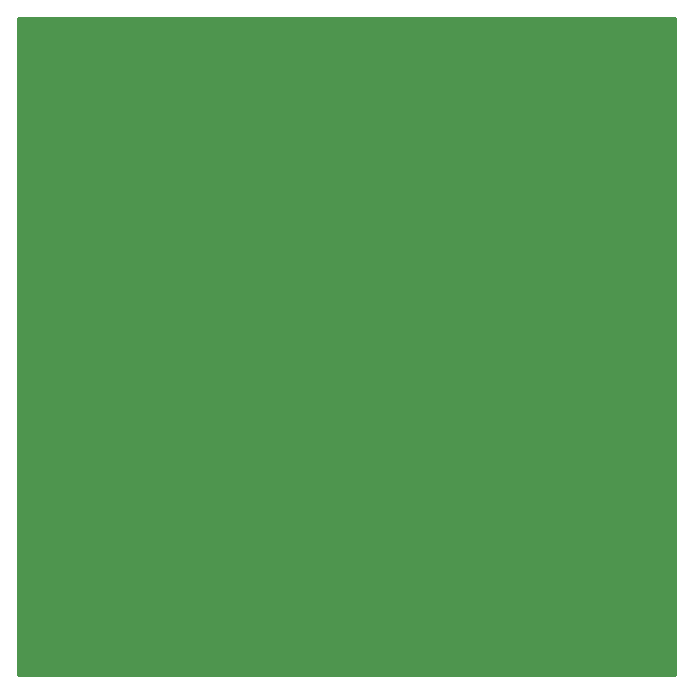
<source format=gbr>
%TF.GenerationSoftware,KiCad,Pcbnew,(5.1.9)-1*%
%TF.CreationDate,2022-07-15T12:15:22-04:00*%
%TF.ProjectId,X-Band_EPR_LGR_TOP,582d4261-6e64-45f4-9550-525f4c47525f,1.0*%
%TF.SameCoordinates,Original*%
%TF.FileFunction,Soldermask,Bot*%
%TF.FilePolarity,Negative*%
%FSLAX46Y46*%
G04 Gerber Fmt 4.6, Leading zero omitted, Abs format (unit mm)*
G04 Created by KiCad (PCBNEW (5.1.9)-1) date 2022-07-15 12:15:22*
%MOMM*%
%LPD*%
G01*
G04 APERTURE LIST*
%ADD10C,5.000000*%
%ADD11C,7.400000*%
%ADD12C,9.200000*%
%ADD13C,0.254000*%
%ADD14C,0.100000*%
G04 APERTURE END LIST*
D10*
%TO.C,H3*%
X108890000Y-108890000D03*
%TD*%
%TO.C,H4*%
X108890000Y-91110000D03*
%TD*%
%TO.C,H5*%
X91110000Y-91110000D03*
%TD*%
%TO.C,H6*%
X91110000Y-108890000D03*
%TD*%
D11*
%TO.C,H2*%
X112000000Y-100000000D03*
%TD*%
D12*
%TO.C,H1*%
X100000000Y-100000000D03*
%TD*%
D13*
X127813000Y-127813000D02*
X72187000Y-127813000D01*
X72187000Y-72187000D01*
X127813000Y-72187000D01*
X127813000Y-127813000D01*
D14*
G36*
X127813000Y-127813000D02*
G01*
X72187000Y-127813000D01*
X72187000Y-72187000D01*
X127813000Y-72187000D01*
X127813000Y-127813000D01*
G37*
M02*

</source>
